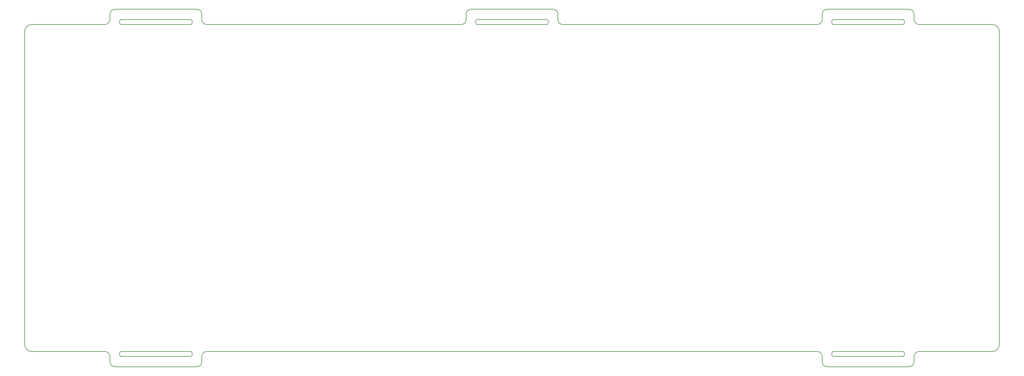
<source format=gbr>
G04 #@! TF.GenerationSoftware,KiCad,Pcbnew,(6.0.9)*
G04 #@! TF.CreationDate,2023-03-21T17:12:47-04:00*
G04 #@! TF.ProjectId,nue-pcb,6e75652d-7063-4622-9e6b-696361645f70,0.1*
G04 #@! TF.SameCoordinates,Original*
G04 #@! TF.FileFunction,Profile,NP*
%FSLAX46Y46*%
G04 Gerber Fmt 4.6, Leading zero omitted, Abs format (unit mm)*
G04 Created by KiCad (PCBNEW (6.0.9)) date 2023-03-21 17:12:47*
%MOMM*%
%LPD*%
G01*
G04 APERTURE LIST*
G04 #@! TA.AperFunction,Profile*
%ADD10C,0.200000*%
G04 #@! TD*
G04 APERTURE END LIST*
D10*
X81862500Y-155987750D02*
X105862500Y-155987750D01*
X183637500Y-55287700D02*
G75*
G03*
X185137500Y-53787750I0J1500000D01*
G01*
X103862500Y-53787750D02*
X83862500Y-53787750D01*
X55287500Y-57287750D02*
X55287500Y-149487750D01*
X186637500Y-50787800D02*
G75*
G03*
X185137500Y-52287750I0J-1500000D01*
G01*
X210637500Y-50787750D02*
X186637500Y-50787750D01*
X80362500Y-52287750D02*
X80362500Y-53787750D01*
X78862500Y-55287750D02*
X57287500Y-55287750D01*
X83862500Y-152987750D02*
X103862500Y-152987750D01*
X188637500Y-53787850D02*
G75*
G03*
X188637500Y-55287750I0J-749950D01*
G01*
X313412500Y-55287850D02*
G75*
G03*
X313412500Y-53787750I0J750050D01*
G01*
X108862500Y-151487750D02*
X288412500Y-151487750D01*
X318412500Y-151487800D02*
G75*
G03*
X316912500Y-152987750I0J-1500000D01*
G01*
X105862500Y-50787750D02*
X81862500Y-50787750D01*
X316912500Y-53787750D02*
X316912500Y-52287750D01*
X108862500Y-151487800D02*
G75*
G03*
X107362500Y-152987750I0J-1500000D01*
G01*
X289912450Y-154487750D02*
G75*
G03*
X291412500Y-155987750I1500050J50D01*
G01*
X289912550Y-152987750D02*
G75*
G03*
X288412500Y-151487750I-1500050J-50D01*
G01*
X57287500Y-55287750D02*
G75*
G03*
X55287500Y-57287750I0J-2000000D01*
G01*
X103862500Y-55287850D02*
G75*
G03*
X103862500Y-53787750I0J750050D01*
G01*
X107362500Y-53787750D02*
X107362500Y-52287750D01*
X313412500Y-151487750D02*
X293412500Y-151487750D01*
X341987500Y-149487750D02*
X341987500Y-57287750D01*
X316912450Y-53787750D02*
G75*
G03*
X318412500Y-55287750I1500050J50D01*
G01*
X103862500Y-152987850D02*
G75*
G03*
X103862500Y-151487750I0J750050D01*
G01*
X315412500Y-155987700D02*
G75*
G03*
X316912500Y-154487750I0J1500000D01*
G01*
X293412500Y-152987750D02*
X313412500Y-152987750D01*
X80362550Y-152987750D02*
G75*
G03*
X78862500Y-151487750I-1500050J-50D01*
G01*
X293412500Y-53787850D02*
G75*
G03*
X293412500Y-55287750I0J-749950D01*
G01*
X83862500Y-53787850D02*
G75*
G03*
X83862500Y-55287750I0J-749950D01*
G01*
X78862500Y-55287700D02*
G75*
G03*
X80362500Y-53787750I0J1500000D01*
G01*
X107362450Y-53787750D02*
G75*
G03*
X108862500Y-55287750I1500050J50D01*
G01*
X105862500Y-155987700D02*
G75*
G03*
X107362500Y-154487750I0J1500000D01*
G01*
X293412500Y-151487850D02*
G75*
G03*
X293412500Y-152987750I0J-749950D01*
G01*
X188637500Y-55287750D02*
X208637500Y-55287750D01*
X107362500Y-154487750D02*
X107362500Y-152987750D01*
X80362500Y-152987750D02*
X80362500Y-154487750D01*
X208637500Y-53787750D02*
X188637500Y-53787750D01*
X107362550Y-52287750D02*
G75*
G03*
X105862500Y-50787750I-1500050J-50D01*
G01*
X212137450Y-53787750D02*
G75*
G03*
X213637500Y-55287750I1500050J50D01*
G01*
X212137550Y-52287750D02*
G75*
G03*
X210637500Y-50787750I-1500050J-50D01*
G01*
X289912500Y-52287750D02*
X289912500Y-53787750D01*
X208637500Y-55287850D02*
G75*
G03*
X208637500Y-53787750I0J750050D01*
G01*
X291412500Y-50787800D02*
G75*
G03*
X289912500Y-52287750I0J-1500000D01*
G01*
X183637500Y-55287750D02*
X108862500Y-55287750D01*
X80362450Y-154487750D02*
G75*
G03*
X81862500Y-155987750I1500050J50D01*
G01*
X81862500Y-50787800D02*
G75*
G03*
X80362500Y-52287750I0J-1500000D01*
G01*
X288412500Y-55287750D02*
X213637500Y-55287750D01*
X288412500Y-55287700D02*
G75*
G03*
X289912500Y-53787750I0J1500000D01*
G01*
X339987500Y-55287750D02*
X318412500Y-55287750D01*
X293412500Y-55287750D02*
X313412500Y-55287750D01*
X57287500Y-151487750D02*
X78862500Y-151487750D01*
X339987500Y-151487800D02*
G75*
G03*
X341987500Y-149487750I0J2000000D01*
G01*
X318412500Y-151487750D02*
X339987500Y-151487750D01*
X83862500Y-55287750D02*
X103862500Y-55287750D01*
X315412500Y-50787750D02*
X291412500Y-50787750D01*
X313412500Y-53787750D02*
X293412500Y-53787750D01*
X316912500Y-154487750D02*
X316912500Y-152987750D01*
X313412500Y-152987850D02*
G75*
G03*
X313412500Y-151487750I0J750050D01*
G01*
X291412500Y-155987750D02*
X315412500Y-155987750D01*
X341987450Y-57287750D02*
G75*
G03*
X339987500Y-55287750I-1999950J50D01*
G01*
X83862500Y-151487850D02*
G75*
G03*
X83862500Y-152987750I0J-749950D01*
G01*
X55287550Y-149487750D02*
G75*
G03*
X57287500Y-151487750I1999950J-50D01*
G01*
X103862500Y-151487750D02*
X83862500Y-151487750D01*
X289912500Y-152987750D02*
X289912500Y-154487750D01*
X316912550Y-52287750D02*
G75*
G03*
X315412500Y-50787750I-1500050J-50D01*
G01*
X185137500Y-52287750D02*
X185137500Y-53787750D01*
X212137500Y-53787750D02*
X212137500Y-52287750D01*
M02*

</source>
